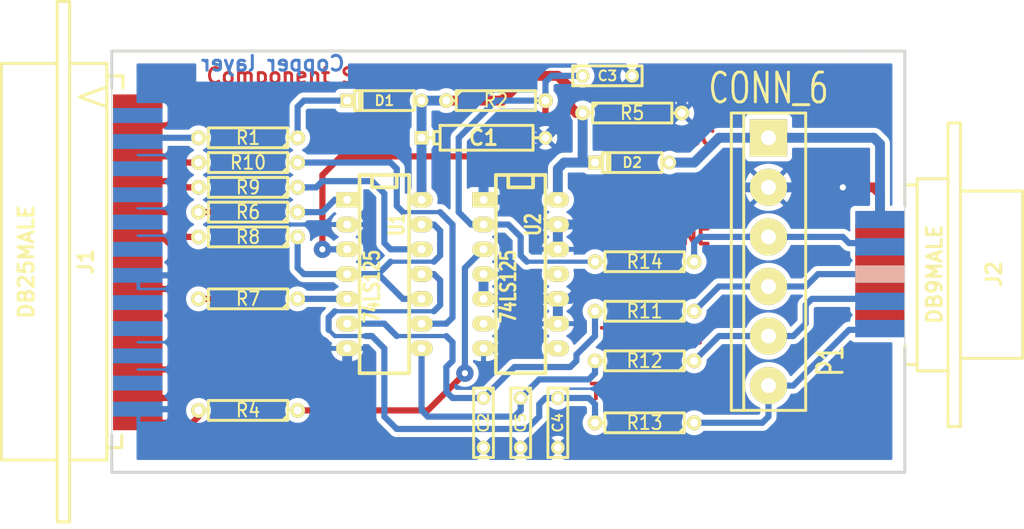
<source format=kicad_pcb>
(kicad_pcb (version 20221018) (generator pcbnew)
  (title_block (rev "1") (company "Kicad Demo"))
  (layers (0 "F.Cu" signal "Dessus") (31 "B.Cu" signal "Dessous") (34 "B.Paste" user) (35 "F.Paste" user) (36 "B.SilkS" user) (37 "F.SilkS" user) (38 "B.Mask" user) (39 "F.Mask" user) (44 "Edge.Cuts" user))
  (net 0 "")
  (net 1 "/CLK-D1")
  (net 2 "/CTRL-D3")
  (net 3 "/DONE-SELECT*")
  (net 4 "/PWR_3,3-5V")
  (net 5 "/TCK-CCLK")
  (net 6 "/TD0-DONE")
  (net 7 "/TD0-PROG-D4")
  (net 8 "/TDI-DIN")
  (net 9 "/TDI-DIN-D0")
  (net 10 "/TMS-PROG")
  (net 11 "/TMS-PROG-D2")
  (net 12 "/VCC_SENSE-ERROR*")
  (net 13 "GND")
  (net 14 "N-000008")
  (net 15 "N-000014")
  (net 16 "N-000015")
  (net 17 "N-000016")
  (net 18 "N-000030")
  (net 19 "N-000031")
  (net 20 "N-000032")
  (net 21 "N-000033")
  (net 22 "N-000034")
  (net 23 "N-000035")
  (net 24 "N-000036")
  (net 25 "N-000038")
  (net 26 "VCC")
  (footprint "R4" (layer "F.Cu") (at 157.48 105.41 180)
    (fp_text reference "R13" (at 0 0 180) (layer "F.SilkS") (effects (font (size 1.397 1.27) (thickness 0.2032))))
    (fp_text value "100" hide)
    (pad "1" thru_hole circle (at -5.08 0 180) (size 1.524 1.524) (drill 0.8128) (layers "*.Cu" "*.Mask" "F.SilkS") (net 10 "/TMS-PROG"))
    (pad "2" thru_hole circle (at 5.08 0 180) (size 1.524 1.524) (drill 0.8128) (layers "*.Cu" "*.Mask" "F.SilkS") (net 22 "N-000034"))
  )
  (footprint "R4" (layer "F.Cu") (at 142.24 72.39)
    (fp_text reference "R2" (at 0 0) (layer "F.SilkS") (effects (font (size 1.397 1.27) (thickness 0.2032))))
    (fp_text value "5,1K" hide)
    (pad "1" thru_hole circle (at -5.08 0) (size 1.524 1.524) (drill 0.8128) (layers "*.Cu" "*.Mask" "F.SilkS") (net 26 "VCC"))
    (pad "2" thru_hole circle (at 5.08 0) (size 1.524 1.524) (drill 0.8128) (layers "*.Cu" "*.Mask" "F.SilkS") (net 25 "N-000038"))
  )
  (footprint "bornier6" (layer "F.Cu") (at 170.18 88.9 -90)
    (fp_text reference "P1" (at 10.16 -6.35 270) (layer "F.SilkS") (effects (font (size 2.6162 1.59766) (thickness 0.3048))))
    (fp_text value "CONN_6" (at -17.78 0) (layer "F.SilkS") (effects (font (size 3.05054 2.0955) (thickness 0.3048))))
    (pad "1" thru_hole rect (at -12.7 0 270) (size 3.81 3.81) (drill 1.524) (layers "*.Cu" "*.Mask" "F.SilkS") (net 4 "/PWR_3,3-5V"))
    (pad "2" thru_hole circle (at -7.62 0 270) (size 3.81 3.81) (drill 1.524) (layers "*.Cu" "*.Mask" "F.SilkS") (net 13 "GND"))
    (pad "3" thru_hole circle (at -2.54 0 270) (size 3.81 3.81) (drill 1.524) (layers "*.Cu" "*.Mask" "F.SilkS") (net 6 "/TD0-DONE"))
    (pad "4" thru_hole circle (at 2.54 0 270) (size 3.81 3.81) (drill 1.524) (layers "*.Cu" "*.Mask" "F.SilkS") (net 8 "/TDI-DIN"))
    (pad "5" thru_hole circle (at 7.62 0 270) (size 3.81 3.81) (drill 1.524) (layers "*.Cu" "*.Mask" "F.SilkS") (net 5 "/TCK-CCLK"))
    (pad "6" thru_hole circle (at 12.7 0 270) (size 3.81 3.81) (drill 1.524) (layers "*.Cu" "*.Mask" "F.SilkS") (net 10 "/TMS-PROG"))
  )
  (footprint "DB25M_CI" (layer "F.Cu") (at 102.87 88.9 90)
    (fp_text reference "J1" (at 0 -2.667 270) (layer "F.SilkS") (effects (font (size 1.524 1.524) (thickness 0.3048))))
    (fp_text value "DB25MALE" (at 0 -8.763 270) (layer "F.SilkS") (effects (font (size 1.524 1.524) (thickness 0.3048))))
    (pad "1" connect rect (at 16.383 2.667 180) (size 5.08 1.524) (layers "F.Cu" "F.Mask"))
    (pad "2" connect rect (at 13.716 2.667 180) (size 5.08 1.524) (layers "F.Cu" "F.Mask") (net 9 "/TDI-DIN-D0"))
    (pad "3" connect rect (at 10.922 2.667 180) (size 5.08 1.524) (layers "F.Cu" "F.Mask") (net 1 "/CLK-D1"))
    (pad "4" connect rect (at 8.128 2.667 180) (size 5.08 1.524) (layers "F.Cu" "F.Mask") (net 11 "/TMS-PROG-D2"))
    (pad "5" connect rect (at 5.461 2.667 180) (size 5.08 1.524) (layers "F.Cu" "F.Mask") (net 2 "/CTRL-D3"))
    (pad "6" connect rect (at 2.667 2.667 180) (size 5.08 1.524) (layers "F.Cu" "F.Mask") (net 7 "/TD0-PROG-D4"))
    (pad "7" connect rect (at 0 2.667 180) (size 5.08 1.524) (layers "F.Cu" "F.Mask"))
    (pad "8" connect rect (at -2.794 2.667 180) (size 5.08 1.524) (layers "F.Cu" "F.Mask") (net 14 "N-000008"))
    (pad "9" connect rect (at -5.588 2.667 180) (size 5.08 1.524) (layers "F.Cu" "F.Mask"))
    (pad "10" connect rect (at -8.255 2.667 180) (size 5.08 1.524) (layers "F.Cu" "F.Mask"))
    (pad "11" connect rect (at -11.049 2.667 180) (size 5.08 1.524) (layers "F.Cu" "F.Mask") (net 14 "N-000008"))
    (pad "12" connect rect (at -13.716 2.667 180) (size 5.08 1.524) (layers "F.Cu" "F.Mask") (net 14 "N-000008"))
    (pad "13" connect rect (at -16.51 2.667 180) (size 5.08 1.524) (layers "F.Cu" "F.Mask") (net 3 "/DONE-SELECT*"))
    (pad "14" connect rect (at 14.986 2.667 180) (size 5.08 1.524) (layers "B.Cu" "B.Mask"))
    (pad "15" connect rect (at 12.319 2.667 180) (size 5.08 1.524) (layers "B.Cu" "B.Mask") (net 12 "/VCC_SENSE-ERROR*"))
    (pad "16" connect rect (at 9.525 2.667 180) (size 5.08 1.524) (layers "B.Cu" "B.Mask"))
    (pad "17" connect rect (at 6.858 2.667 180) (size 5.08 1.524) (layers "B.Cu" "B.Mask"))
    (pad "18" connect rect (at 4.064 2.667 180) (size 5.08 1.524) (layers "B.Cu" "B.Mask"))
    (pad "19" connect rect (at 1.27 2.667 180) (size 5.08 1.524) (layers "B.Cu" "B.Mask"))
    (pad "20" connect rect (at -1.397 2.667 180) (size 5.08 1.524) (layers "B.Cu" "B.Mask") (net 13 "GND"))
    (pad "21" connect rect (at -4.191 2.667 180) (size 5.08 1.524) (layers "B.Cu" "B.Mask"))
    (pad "22" connect rect (at -6.858 2.667 180) (size 5.08 1.524) (layers "B.Cu" "B.Mask"))
    (pad "23" connect rect (at -9.652 2.667 180) (size 5.08 1.524) (layers "B.Cu" "B.Mask"))
    (pad "24" connect rect (at -12.446 2.667 180) (size 5.08 1.524) (layers "B.Cu" "B.Mask"))
    (pad "25" connect rect (at -15.113 2.667 180) (size 5.08 1.524) (layers "B.Cu" "B.Mask") (net 13 "GND"))
  )
  (footprint "14DIP-ELL300" (layer "F.Cu") (at 144.78 90.17 -90)
    (fp_text reference "U2" (at -5.08 -1.27 270) (layer "F.SilkS") (effects (font (size 1.524 1.143) (thickness 0.28702))))
    (fp_text value "74LS125" (at 1.27 1.27 270) (layer "F.SilkS") (effects (font (size 1.524 1.143) (thickness 0.28702))))
    (pad "1" thru_hole rect (at -7.62 3.81 270) (size 1.5748 2.286) (drill 0.8128) (layers "*.Cu" "*.Mask" "F.SilkS") (net 13 "GND"))
    (pad "2" thru_hole oval (at -5.08 3.81 270) (size 1.5748 2.286) (drill 0.8128) (layers "*.Cu" "*.Mask" "F.SilkS") (net 25 "N-000038"))
    (pad "3" thru_hole oval (at -2.54 3.81 270) (size 1.5748 2.286) (drill 0.8128) (layers "*.Cu" "*.Mask" "F.SilkS") (net 16 "N-000015"))
    (pad "4" thru_hole oval (at 0 3.81 270) (size 1.5748 2.286) (drill 0.8128) (layers "*.Cu" "*.Mask" "F.SilkS") (net 13 "GND"))
    (pad "5" thru_hole oval (at 2.54 3.81 270) (size 1.5748 2.286) (drill 0.8128) (layers "*.Cu" "*.Mask" "F.SilkS") (net 13 "GND"))
    (pad "6" thru_hole oval (at 5.08 3.81 270) (size 1.5748 2.286) (drill 0.8128) (layers "*.Cu" "*.Mask" "F.SilkS"))
    (pad "7" thru_hole oval (at 7.62 3.81 270) (size 1.5748 2.286) (drill 0.8128) (layers "*.Cu" "*.Mask" "F.SilkS") (net 13 "GND"))
    (pad "8" thru_hole oval (at 7.62 -3.81 270) (size 1.5748 2.286) (drill 0.8128) (layers "*.Cu" "*.Mask" "F.SilkS"))
    (pad "9" thru_hole oval (at 5.08 -3.81 270) (size 1.5748 2.286) (drill 0.8128) (layers "*.Cu" "*.Mask" "F.SilkS") (net 13 "GND"))
    (pad "10" thru_hole oval (at 2.54 -3.81 270) (size 1.5748 2.286) (drill 0.8128) (layers "*.Cu" "*.Mask" "F.SilkS") (net 13 "GND"))
    (pad "11" thru_hole oval (at 0 -3.81 270) (size 1.5748 2.286) (drill 0.8128) (layers "*.Cu" "*.Mask" "F.SilkS"))
    (pad "12" thru_hole oval (at -2.54 -3.81 270) (size 1.5748 2.286) (drill 0.8128) (layers "*.Cu" "*.Mask" "F.SilkS") (net 13 "GND"))
    (pad "13" thru_hole oval (at -5.08 -3.81 270) (size 1.5748 2.286) (drill 0.8128) (layers "*.Cu" "*.Mask" "F.SilkS") (net 13 "GND"))
    (pad "14" thru_hole oval (at -7.62 -3.81 270) (size 1.5748 2.286) (drill 0.8128) (layers "*.Cu" "*.Mask" "F.SilkS") (net 26 "VCC"))
  )
  (footprint "CP5" (layer "F.Cu") (at 140.97 76.2)
    (fp_text reference "C1" (at 0 0) (layer "F.SilkS") (effects (font (size 1.524 1.524) (thickness 0.3048))))
    (fp_text value "1uF" hide)
    (pad "1" thru_hole rect (at -6.35 0) (size 1.397 1.397) (drill 0.8128) (layers "*.Cu" "*.Mask" "F.SilkS") (net 26 "VCC"))
    (pad "2" thru_hole circle (at 6.35 0) (size 1.397 1.397) (drill 0.8128) (layers "*.Cu" "*.Mask" "F.SilkS") (net 13 "GND"))
  )
  (footprint "R4" (layer "F.Cu") (at 116.84 78.74 180)
    (fp_text reference "R10" (at 0 0 180) (layer "F.SilkS") (effects (font (size 1.397 1.27) (thickness 0.2032))))
    (fp_text value "100" hide)
    (pad "1" thru_hole circle (at -5.08 0 180) (size 1.524 1.524) (drill 0.8128) (layers "*.Cu" "*.Mask" "F.SilkS") (net 18 "N-000030"))
    (pad "2" thru_hole circle (at 5.08 0 180) (size 1.524 1.524) (drill 0.8128) (layers "*.Cu" "*.Mask" "F.SilkS") (net 1 "/CLK-D1"))
  )
  (footprint "DB9M_CI_INVERT" (layer "F.Cu") (at 184.15 90.17 -90)
    (fp_text reference "J2" (at 0 -9.144 270) (layer "F.SilkS") (effects (font (size 1.524 1.524) (thickness 0.3048))))
    (fp_text value "DB9MALE" (at 0 -3.048 270) (layer "F.SilkS") (effects (font (size 1.524 1.524) (thickness 0.3048))))
    (pad "1" connect rect (at -5.588 2.54 270) (size 1.778 5.08) (layers "B.Cu" "F.Mask") (net 4 "/PWR_3,3-5V"))
    (pad "2" connect rect (at -2.794 2.54 270) (size 1.778 5.08) (layers "B.Cu" "B.Mask") (net 6 "/TD0-DONE"))
    (pad "3" connect rect (at 0 2.54 270) (size 1.778 5.08) (layers "B.Cu" "B.SilkS") (net 8 "/TDI-DIN"))
    (pad "4" connect rect (at 2.794 2.54 270) (size 1.778 5.08) (layers "B.Cu" "B.Mask") (net 5 "/TCK-CCLK"))
    (pad "5" connect rect (at 5.588 2.54 270) (size 1.778 5.08) (layers "B.Cu" "B.Mask") (net 10 "/TMS-PROG"))
    (pad "6" connect rect (at -4.191 2.54 270) (size 1.778 5.08) (layers "F.Cu" "F.Mask") (net 13 "GND"))
    (pad "7" connect rect (at -1.397 2.54 270) (size 1.778 5.08) (layers "F.Cu" "F.Mask") (net 13 "GND"))
    (pad "8" connect rect (at 1.397 2.54 270) (size 1.778 5.08) (layers "F.Cu" "F.Mask") (net 13 "GND"))
    (pad "9" connect rect (at 4.191 2.54 270) (size 1.778 5.08) (layers "F.Cu" "F.Mask") (net 13 "GND"))
  )
  (footprint "C2" (layer "F.Cu") (at 144.78 105.41 -90)
    (fp_text reference "C5" (at 0 0 270) (layer "F.SilkS") (effects (font (size 1.016 1.016) (thickness 0.2032))))
    (fp_text value "100pF" hide)
    (pad "1" thru_hole circle (at -2.54 0 270) (size 1.397 1.397) (drill 0.8128) (layers "*.Cu" "*.Mask" "F.SilkS") (net 24 "N-000036"))
    (pad "2" thru_hole circle (at 2.54 0 270) (size 1.397 1.397) (drill 0.8128) (layers "*.Cu" "*.Mask" "F.SilkS") (net 13 "GND"))
  )
  (footprint "R4" (layer "F.Cu") (at 116.84 92.71 180)
    (fp_text reference "R7" (at 0 0 180) (layer "F.SilkS") (effects (font (size 1.397 1.27) (thickness 0.2032))))
    (fp_text value "100" hide)
    (pad "1" thru_hole circle (at -5.08 0 180) (size 1.524 1.524) (drill 0.8128) (layers "*.Cu" "*.Mask" "F.SilkS") (net 17 "N-000016"))
    (pad "2" thru_hole circle (at 5.08 0 180) (size 1.524 1.524) (drill 0.8128) (layers "*.Cu" "*.Mask" "F.SilkS") (net 9 "/TDI-DIN-D0"))
  )
  (footprint "14DIP-ELL300" (layer "F.Cu") (at 130.81 90.17 -90)
    (fp_text reference "U1" (at -5.08 -1.27 270) (layer "F.SilkS") (effects (font (size 1.524 1.143) (thickness 0.28702))))
    (fp_text value "74LS125" (at 1.27 1.27 270) (layer "F.SilkS") (effects (font (size 1.524 1.143) (thickness 0.28702))))
    (pad "1" thru_hole rect (at -7.62 3.81 270) (size 1.5748 2.286) (drill 0.8128) (layers "*.Cu" "*.Mask" "F.SilkS") (net 19 "N-000031"))
    (pad "2" thru_hole oval (at -5.08 3.81 270) (size 1.5748 2.286) (drill 0.8128) (layers "*.Cu" "*.Mask" "F.SilkS") (net 13 "GND"))
    (pad "3" thru_hole oval (at -2.54 3.81 270) (size 1.5748 2.286) (drill 0.8128) (layers "*.Cu" "*.Mask" "F.SilkS") (net 25 "N-000038"))
    (pad "4" thru_hole oval (at 0 3.81 270) (size 1.5748 2.286) (drill 0.8128) (layers "*.Cu" "*.Mask" "F.SilkS") (net 21 "N-000033"))
    (pad "5" thru_hole oval (at 2.54 3.81 270) (size 1.5748 2.286) (drill 0.8128) (layers "*.Cu" "*.Mask" "F.SilkS") (net 17 "N-000016"))
    (pad "6" thru_hole oval (at 5.08 3.81 270) (size 1.5748 2.286) (drill 0.8128) (layers "*.Cu" "*.Mask" "F.SilkS") (net 23 "N-000035"))
    (pad "7" thru_hole oval (at 7.62 3.81 270) (size 1.5748 2.286) (drill 0.8128) (layers "*.Cu" "*.Mask" "F.SilkS") (net 13 "GND"))
    (pad "8" thru_hole oval (at 7.62 -3.81 270) (size 1.5748 2.286) (drill 0.8128) (layers "*.Cu" "*.Mask" "F.SilkS") (net 24 "N-000036"))
    (pad "9" thru_hole oval (at 5.08 -3.81 270) (size 1.5748 2.286) (drill 0.8128) (layers "*.Cu" "*.Mask" "F.SilkS") (net 18 "N-000030"))
    (pad "10" thru_hole oval (at 2.54 -3.81 270) (size 1.5748 2.286) (drill 0.8128) (layers "*.Cu" "*.Mask" "F.SilkS") (net 21 "N-000033"))
    (pad "11" thru_hole oval (at 0 -3.81 270) (size 1.5748 2.286) (drill 0.8128) (layers "*.Cu" "*.Mask" "F.SilkS") (net 22 "N-000034"))
    (pad "12" thru_hole oval (at -2.54 -3.81 270) (size 1.5748 2.286) (drill 0.8128) (layers "*.Cu" "*.Mask" "F.SilkS") (net 20 "N-000032"))
    (pad "13" thru_hole oval (at -5.08 -3.81 270) (size 1.5748 2.286) (drill 0.8128) (layers "*.Cu" "*.Mask" "F.SilkS") (net 21 "N-000033"))
    (pad "14" thru_hole oval (at -7.62 -3.81 270) (size 1.5748 2.286) (drill 0.8128) (layers "*.Cu" "*.Mask" "F.SilkS") (net 26 "VCC"))
  )
  (footprint "R4" (layer "F.Cu") (at 116.84 83.82 180)
    (fp_text reference "R6" (at 0 0 180) (layer "F.SilkS") (effects (font (size 1.397 1.27) (thickness 0.2032))))
    (fp_text value "100" hide)
    (pad "1" thru_hole circle (at -5.08 0 180) (size 1.524 1.524) (drill 0.8128) (layers "*.Cu" "*.Mask" "F.SilkS") (net 19 "N-000031"))
    (pad "2" thru_hole circle (at 5.08 0 180) (size 1.524 1.524) (drill 0.8128) (layers "*.Cu" "*.Mask" "F.SilkS") (net 7 "/TD0-PROG-D4"))
  )
  (footprint "R4" (layer "F.Cu") (at 157.48 99.06 180)
    (fp_text reference "R12" (at 0 0 180) (layer "F.SilkS") (effects (font (size 1.397 1.27) (thickness 0.2032))))
    (fp_text value "100" hide)
    (pad "1" thru_hole circle (at -5.08 0 180) (size 1.524 1.524) (drill 0.8128) (layers "*.Cu" "*.Mask" "F.SilkS") (net 5 "/TCK-CCLK"))
    (pad "2" thru_hole circle (at 5.08 0 180) (size 1.524 1.524) (drill 0.8128) (layers "*.Cu" "*.Mask" "F.SilkS") (net 24 "N-000036"))
  )
  (footprint "R4" (layer "F.Cu") (at 116.84 104.14 180)
    (fp_text reference "R4" (at 0 0 180) (layer "F.SilkS") (effects (font (size 1.397 1.27) (thickness 0.2032))))
    (fp_text value "47" hide)
    (pad "1" thru_hole circle (at -5.08 0 180) (size 1.524 1.524) (drill 0.8128) (layers "*.Cu" "*.Mask" "F.SilkS") (net 16 "N-000015"))
    (pad "2" thru_hole circle (at 5.08 0 180) (size 1.524 1.524) (drill 0.8128) (layers "*.Cu" "*.Mask" "F.SilkS") (net 3 "/DONE-SELECT*"))
  )
  (footprint "D3" (layer "F.Cu") (at 130.81 72.39 180)
    (fp_text reference "D1" (at 0 0 180) (layer "F.SilkS") (effects (font (size 1.016 1.016) (thickness 0.2032))))
    (fp_text value "BAT46" hide)
    (pad "1" thru_hole circle (at -3.81 0 180) (size 1.397 1.397) (drill 0.8128) (layers "*.Cu" "*.Mask" "F.SilkS") (net 26 "VCC"))
    (pad "2" thru_hole rect (at 3.81 0 180) (size 1.397 1.397) (drill 0.8128) (layers "*.Cu" "*.Mask" "F.SilkS") (net 15 "N-000014"))
  )
  (footprint "R4" (layer "F.Cu") (at 116.84 76.2 180)
    (fp_text reference "R1" (at 0 0 180) (layer "F.SilkS") (effects (font (size 1.397 1.27) (thickness 0.2032))))
    (fp_text value "100" hide)
    (pad "1" thru_hole circle (at -5.08 0 180) (size 1.524 1.524) (drill 0.8128) (layers "*.Cu" "*.Mask" "F.SilkS") (net 15 "N-000014"))
    (pad "2" thru_hole circle (at 5.08 0 180) (size 1.524 1.524) (drill 0.8128) (layers "*.Cu" "*.Mask" "F.SilkS") (net 12 "/VCC_SENSE-ERROR*"))
  )
  (footprint "R4" (layer "F.Cu") (at 116.84 81.28 180)
    (fp_text reference "R9" (at 0 0 180) (layer "F.SilkS") (effects (font (size 1.397 1.27) (thickness 0.2032))))
    (fp_text value "100" hide)
    (pad "1" thru_hole circle (at -5.08 0 180) (size 1.524 1.524) (drill 0.8128) (layers "*.Cu" "*.Mask" "F.SilkS") (net 20 "N-000032"))
    (pad "2" thru_hole circle (at 5.08 0 180) (size 1.524 1.524) (drill 0.8128) (layers "*.Cu" "*.Mask" "F.SilkS") (net 11 "/TMS-PROG-D2"))
  )
  (footprint "C2" (layer "F.Cu") (at 140.97 105.41 -90)
    (fp_text reference "C2" (at 0 0 270) (layer "F.SilkS") (effects (font (size 1.016 1.016) (thickness 0.2032))))
    (fp_text value "100pF" hide)
    (pad "1" thru_hole circle (at -2.54 0 270) (size 1.397 1.397) (drill 0.8128) (layers "*.Cu" "*.Mask" "F.SilkS") (net 23 "N-000035"))
    (pad "2" thru_hole circle (at 2.54 0 270) (size 1.397 1.397) (drill 0.8128) (layers "*.Cu" "*.Mask" "F.SilkS") (net 13 "GND"))
  )
  (footprint "C2" (layer "F.Cu") (at 148.59 105.41 -90)
    (fp_text reference "C4" (at 0 0 270) (layer "F.SilkS") (effects (font (size 1.016 1.016) (thickness 0.2032))))
    (fp_text value "100pF" hide)
    (pad "1" thru_hole circle (at -2.54 0 270) (size 1.397 1.397) (drill 0.8128) (layers "*.Cu" "*.Mask" "F.SilkS") (net 22 "N-000034"))
    (pad "2" thru_hole circle (at 2.54 0 270) (size 1.397 1.397) (drill 0.8128) (layers "*.Cu" "*.Mask" "F.SilkS") (net 13 "GND"))
  )
  (footprint "C2" (layer "F.Cu") (at 153.67 69.85)
    (fp_text reference "C3" (at 0 0) (layer "F.SilkS") (effects (font (size 1.016 1.016) (thickness 0.2032))))
    (fp_text value "100pF" hide)
    (pad "1" thru_hole circle (at -2.54 0) (size 1.397 1.397) (drill 0.8128) (layers "*.Cu" "*.Mask" "F.SilkS") (net 25 "N-000038"))
    (pad "2" thru_hole circle (at 2.54 0) (size 1.397 1.397) (drill 0.8128) (layers "*.Cu" "*.Mask" "F.SilkS") (net 13 "GND"))
  )
  (footprint "D3" (layer "F.Cu") (at 156.21 78.74 180)
    (fp_text reference "D2" (at 0 0 180) (layer "F.SilkS") (effects (font (size 1.016 1.016) (thickness 0.2032))))
    (fp_text value "BAT46" hide)
    (pad "1" thru_hole circle (at -3.81 0 180) (size 1.397 1.397) (drill 0.8128) (layers "*.Cu" "*.Mask" "F.SilkS") (net 4 "/PWR_3,3-5V"))
    (pad "2" thru_hole rect (at 3.81 0 180) (size 1.397 1.397) (drill 0.8128) (layers "*.Cu" "*.Mask" "F.SilkS") (net 26 "VCC"))
  )
  (footprint "R4" (layer "F.Cu") (at 157.48 93.98 180)
    (fp_text reference "R11" (at 0 0 180) (layer "F.SilkS") (effects (font (size 1.397 1.27) (thickness 0.2032))))
    (fp_text value "100" hide)
    (pad "1" thru_hole circle (at -5.08 0 180) (size 1.524 1.524) (drill 0.8128) (layers "*.Cu" "*.Mask" "F.SilkS") (net 8 "/TDI-DIN"))
    (pad "2" thru_hole circle (at 5.08 0 180) (size 1.524 1.524) (drill 0.8128) (layers "*.Cu" "*.Mask" "F.SilkS") (net 23 "N-000035"))
  )
  (footprint "R4" (layer "F.Cu") (at 157.48 88.9 180)
    (fp_text reference "R14" (at 0 0 180) (layer "F.SilkS") (effects (font (size 1.397 1.27) (thickness 0.2032))))
    (fp_text value "100" hide)
    (pad "1" thru_hole circle (at -5.08 0 180) (size 1.524 1.524) (drill 0.8128) (layers "*.Cu" "*.Mask" "F.SilkS") (net 6 "/TD0-DONE"))
    (pad "2" thru_hole circle (at 5.08 0 180) (size 1.524 1.524) (drill 0.8128) (layers "*.Cu" "*.Mask" "F.SilkS") (net 25 "N-000038"))
  )
  (footprint "R4" (layer "F.Cu") (at 156.21 73.66)
    (fp_text reference "R5" (at 0 0) (layer "F.SilkS") (effects (font (size 1.397 1.27) (thickness 0.2032))))
    (fp_text value "1K" hide)
    (pad "1" thru_hole circle (at -5.08 0) (size 1.524 1.524) (drill 0.8128) (layers "*.Cu" "*.Mask" "F.SilkS") (net 26 "VCC"))
    (pad "2" thru_hole circle (at 5.08 0) (size 1.524 1.524) (drill 0.8128) (layers "*.Cu" "*.Mask" "F.SilkS") (net 13 "GND"))
  )
  (footprint "R4" (layer "F.Cu") (at 116.84 86.36 180)
    (fp_text reference "R8" (at 0 0 180) (layer "F.SilkS") (effects (font (size 1.397 1.27) (thickness 0.2032))))
    (fp_text value "100" hide)
    (pad "1" thru_hole circle (at -5.08 0 180) (size 1.524 1.524) (drill 0.8128) (layers "*.Cu" "*.Mask" "F.SilkS") (net 21 "N-000033"))
    (pad "2" thru_hole circle (at 5.08 0 180) (size 1.524 1.524) (drill 0.8128) (layers "*.Cu" "*.Mask" "F.SilkS") (net 2 "/CTRL-D3"))
  )
  (gr_line (start 184.15 97.79) (end 184.15 110.49) (stroke (width 0.3048)) (layer "Edge.Cuts"))
  (gr_line (start 184.15 110.49) (end 179.07 110.49) (stroke (width 0.3048)) (layer "Edge.Cuts"))
  (gr_line (start 179.07 110.49) (end 102.87 110.49) (stroke (width 0.3048)) (layer "Edge.Cuts"))
  (gr_line (start 102.87 71.12) (end 102.87 67.31) (stroke (width 0.3048)) (layer "Edge.Cuts"))
  (gr_line (start 184.15 67.31) (end 184.15 83.185) (stroke (width 0.3048)) (layer "Edge.Cuts"))
  (gr_line (start 184.15 83.185) (end 184.15 97.79) (stroke (width 0.1)) (layer "Edge.Cuts"))
  (gr_line (start 102.87 110.49) (end 102.87 106.68) (stroke (width 0.3048)) (layer "Edge.Cuts"))
  (gr_line (start 102.87 71.12) (end 102.87 106.68) (stroke (width 0.1)) (layer "Edge.Cuts"))
  (gr_line (start 179.07 67.31) (end 184.15 67.31) (stroke (width 0.3048)) (layer "Edge.Cuts"))
  (gr_line (start 102.87 67.31) (end 179.07 67.31) (stroke (width 0.3048)) (layer "Edge.Cuts"))
  (gr_text "TCK-CCL" (at 158.115 96.52) (layer "F.Cu") (effects (font (size 1.524 1.524) (thickness 0.381))))
  (gr_text "TMS-PROG" (at 158.115 102.235) (layer "F.Cu") (effects (font (size 1.524 1.524) (thickness 0.381))))
  (gr_text "GND" (at 162.56 81.28) (layer "F.Cu") (effects (font (size 1.524 1.524) (thickness 0.381))))
  (gr_text "Component Side" (at 121.92 69.85) (layer "F.Cu") (effects (font (size 1.524 1.524) (thickness 0.3048))))
  (gr_text "VCC" (at 162.56 76.2) (layer "F.Cu") (effects (font (size 1.524 1.524) (thickness 0.381))))
  (gr_text "TDI-TIN" (at 158.115 91.44) (layer "F.Cu") (effects (font (size 1.524 1.524) (thickness 0.381))))
  (gr_text "TDO-DONE" (at 158.115 86.36) (layer "F.Cu") (effects (font (size 1.524 1.524) (thickness 0.381))))
  (gr_text "Copper layer" (at 119.38 68.58) (layer "B.Cu") (effects (font (size 1.524 1.524) (thickness 0.3048)) (justify mirror)))
  (segment (start 106.045 78.105) (end 105.537 77.978) (width 0.635) (layer "F.Cu") (net 1))
  (segment (start 111.76 78.74) (end 110.49 78.74) (width 0.635) (layer "F.Cu") (net 1))
  (segment (start 109.855 78.105) (end 106.045 78.105) (width 0.635) (layer "F.Cu") (net 1))
  (segment (start 110.49 78.74) (end 109.855 78.105) (width 0.635) (layer "F.Cu") (net 1))
  (segment (start 109.855 84.455) (end 109.22 83.82) (width 0.635) (layer "F.Cu") (net 2))
  (segment (start 105.41 83.82) (end 105.537 83.439) (width 0.635) (layer "F.Cu") (net 2))
  (segment (start 109.22 83.82) (end 105.41 83.82) (width 0.635) (layer "F.Cu") (net 2))
  (segment (start 109.855 85.725) (end 109.855 84.455) (width 0.635) (layer "F.Cu") (net 2))
  (segment (start 111.76 86.36) (end 110.49 86.36) (width 0.635) (layer "F.Cu") (net 2))
  (segment (start 110.49 86.36) (end 109.855 85.725) (width 0.635) (layer "F.Cu") (net 2))
  (segment (start 111.76 104.14) (end 111.76 104.775) (width 0.635) (layer "F.Cu") (net 3))
  (segment (start 111.76 104.775) (end 111.125 105.41) (width 0.635) (layer "F.Cu") (net 3))
  (segment (start 111.125 105.41) (end 105.537 105.41) (width 0.635) (layer "F.Cu") (net 3))
  (segment (start 170.18 76.2) (end 180.975 76.2) (width 1.016) (layer "B.Cu") (net 4))
  (segment (start 181.61 76.835) (end 181.61 84.582) (width 1.016) (layer "B.Cu") (net 4))
  (segment (start 160.02 78.74) (end 162.56 78.74) (width 1.016) (layer "B.Cu") (net 4))
  (segment (start 162.56 78.74) (end 165.1 76.2) (width 1.016) (layer "B.Cu") (net 4))
  (segment (start 165.1 76.2) (end 170.18 76.2) (width 1.016) (layer "B.Cu") (net 4))
  (segment (start 181.61 76.835) (end 180.975 76.2) (width 1.016) (layer "B.Cu") (net 4))
  (segment (start 181.61 92.71) (end 181.61 92.964) (width 0.635) (layer "B.Cu") (net 5))
  (segment (start 165.1 96.52) (end 170.18 96.52) (width 0.635) (layer "B.Cu") (net 5))
  (segment (start 173.99 93.345) (end 174.625 92.71) (width 0.635) (layer "B.Cu") (net 5))
  (segment (start 173.99 95.25) (end 173.99 93.345) (width 0.635) (layer "B.Cu") (net 5))
  (segment (start 172.72 96.52) (end 173.99 95.25) (width 0.635) (layer "B.Cu") (net 5))
  (segment (start 170.18 96.52) (end 172.72 96.52) (width 0.635) (layer "B.Cu") (net 5))
  (segment (start 162.56 99.06) (end 165.1 96.52) (width 0.635) (layer "B.Cu") (net 5))
  (segment (start 174.625 92.71) (end 181.61 92.71) (width 0.635) (layer "B.Cu") (net 5))
  (segment (start 163.195 86.36) (end 170.18 86.36) (width 0.635) (layer "B.Cu") (net 6))
  (segment (start 162.56 86.995) (end 163.195 86.36) (width 0.635) (layer "B.Cu") (net 6))
  (segment (start 180.975 86.995) (end 181.61 87.376) (width 0.635) (layer "B.Cu") (net 6))
  (segment (start 177.8 86.36) (end 178.435 86.995) (width 0.635) (layer "B.Cu") (net 6))
  (segment (start 162.56 88.9) (end 162.56 86.995) (width 0.635) (layer "B.Cu") (net 6))
  (segment (start 170.18 86.36) (end 177.8 86.36) (width 0.635) (layer "B.Cu") (net 6))
  (segment (start 178.435 86.995) (end 180.975 86.995) (width 0.635) (layer "B.Cu") (net 6))
  (segment (start 105.537 86.233) (end 107.95 86.233) (width 0.635) (layer "F.Cu") (net 7))
  (segment (start 113.665 88.265) (end 114.3 87.63) (width 0.635) (layer "F.Cu") (net 7))
  (segment (start 114.3 87.63) (end 114.3 84.455) (width 0.635) (layer "F.Cu") (net 7))
  (segment (start 113.665 83.82) (end 111.76 83.82) (width 0.635) (layer "F.Cu") (net 7))
  (segment (start 109.982 88.265) (end 113.665 88.265) (width 0.635) (layer "F.Cu") (net 7))
  (segment (start 107.95 86.233) (end 109.982 88.265) (width 0.635) (layer "F.Cu") (net 7))
  (segment (start 114.3 84.455) (end 113.665 83.82) (width 0.635) (layer "F.Cu") (net 7))
  (segment (start 162.56 93.98) (end 165.1 91.44) (width 0.635) (layer "B.Cu") (net 8))
  (segment (start 173.99 91.44) (end 175.26 90.17) (width 0.635) (layer "B.Cu") (net 8))
  (segment (start 175.26 90.17) (end 181.61 90.17) (width 0.635) (layer "B.Cu") (net 8))
  (segment (start 165.1 91.44) (end 170.18 91.44) (width 0.635) (layer "B.Cu") (net 8))
  (segment (start 170.18 91.44) (end 173.99 91.44) (width 0.635) (layer "B.Cu") (net 8))
  (segment (start 106.045 74.93) (end 106.045 75.565) (width 0.635) (layer "F.Cu") (net 9))
  (segment (start 108.585 74.93) (end 106.045 74.93) (width 0.635) (layer "F.Cu") (net 9))
  (segment (start 111.76 92.71) (end 114.935 92.71) (width 0.635) (layer "F.Cu") (net 9))
  (segment (start 114.935 92.71) (end 116.205 91.44) (width 0.635) (layer "F.Cu") (net 9))
  (segment (start 116.205 91.44) (end 116.205 74.93) (width 0.635) (layer "F.Cu") (net 9))
  (segment (start 109.22 74.295) (end 108.585 74.93) (width 0.635) (layer "F.Cu") (net 9))
  (segment (start 106.045 75.565) (end 105.537 75.184) (width 0.635) (layer "F.Cu") (net 9))
  (segment (start 116.205 74.93) (end 115.57 74.295) (width 0.635) (layer "F.Cu") (net 9))
  (segment (start 115.57 74.295) (end 109.22 74.295) (width 0.635) (layer "F.Cu") (net 9))
  (segment (start 170.18 104.775) (end 170.18 101.6) (width 0.635) (layer "B.Cu") (net 10))
  (segment (start 178.435 95.885) (end 181.61 95.885) (width 0.635) (layer "B.Cu") (net 10))
  (segment (start 169.545 105.41) (end 170.18 104.775) (width 0.635) (layer "B.Cu") (net 10))
  (segment (start 170.18 101.6) (end 172.72 101.6) (width 0.635) (layer "B.Cu") (net 10))
  (segment (start 172.72 101.6) (end 178.435 95.885) (width 0.635) (layer "B.Cu") (net 10))
  (segment (start 162.56 105.41) (end 169.545 105.41) (width 0.635) (layer "B.Cu") (net 10))
  (segment (start 181.61 95.885) (end 181.61 95.758) (width 0.635) (layer "B.Cu") (net 10))
  (segment (start 109.855 80.645) (end 106.045 80.645) (width 0.635) (layer "F.Cu") (net 11))
  (segment (start 111.76 81.28) (end 110.49 81.28) (width 0.635) (layer "F.Cu") (net 11))
  (segment (start 106.045 80.645) (end 105.537 80.772) (width 0.635) (layer "F.Cu") (net 11))
  (segment (start 110.49 81.28) (end 109.855 80.645) (width 0.635) (layer "F.Cu") (net 11))
  (segment (start 111.76 76.2) (end 106.045 76.2) (width 0.635) (layer "B.Cu") (net 12))
  (segment (start 106.045 76.2) (end 105.537 76.581) (width 0.635) (layer "B.Cu") (net 12))
  (segment (start 180.975 81.28) (end 181.61 81.915) (width 1.016) (layer "F.Cu") (net 13))
  (segment (start 181.61 85.979) (end 181.61 81.915) (width 1.016) (layer "F.Cu") (net 13))
  (segment (start 181.61 94.361) (end 181.61 91.567) (width 1.016) (layer "F.Cu") (net 13))
  (segment (start 181.61 91.567) (end 181.61 88.773) (width 1.016) (layer "F.Cu") (net 13))
  (segment (start 177.8 81.28) (end 180.975 81.28) (width 1.016) (layer "F.Cu") (net 13))
  (segment (start 181.61 88.773) (end 181.61 85.979) (width 1.016) (layer "F.Cu") (net 13))
  (via (at 177.8 81.28) (size 1.778) (drill 0.635) (layers "F.Cu" "B.Cu") (net 13))
  (segment (start 105.537 104.013) (end 109.22 104.013) (width 0.635) (layer "B.Cu") (net 13))
  (segment (start 140.97 92.71) (end 140.97 90.17) (width 1.016) (layer "B.Cu") (net 13))
  (segment (start 141.605 76.2) (end 147.32 76.2) (width 1.016) (layer "B.Cu") (net 13))
  (segment (start 154.305 85.09) (end 154.94 85.725) (width 1.016) (layer "B.Cu") (net 13))
  (segment (start 144.78 92.71) (end 148.59 92.71) (width 1.016) (layer "B.Cu") (net 13))
  (segment (start 140.97 97.79) (end 144.145 97.79) (width 1.016) (layer "B.Cu") (net 13))
  (segment (start 157.48 74.295) (end 158.115 73.66) (width 1.016) (layer "B.Cu") (net 13))
  (segment (start 105.537 90.297) (end 109.855 90.297) (width 0.635) (layer "B.Cu") (net 13))
  (segment (start 116.205 90.17) (end 109.855 90.17) (width 1.016) (layer "B.Cu") (net 13))
  (segment (start 148.59 87.63) (end 148.59 85.09) (width 1.016) (layer "B.Cu") (net 13))
  (segment (start 143.51 82.55) (end 140.97 82.55) (width 1.016) (layer "B.Cu") (net 13))
  (segment (start 154.94 85.725) (end 154.94 91.44) (width 1.016) (layer "B.Cu") (net 13))
  (segment (start 117.475 85.09) (end 116.84 85.725) (width 1.016) (layer "B.Cu") (net 13))
  (segment (start 144.78 107.95) (end 148.59 107.95) (width 1.016) (layer "B.Cu") (net 13))
  (segment (start 148.59 85.09) (end 146.05 85.09) (width 1.016) (layer "B.Cu") (net 13))
  (segment (start 156.21 71.12) (end 156.21 69.85) (width 1.016) (layer "B.Cu") (net 13))
  (segment (start 148.59 95.25) (end 148.59 92.71) (width 1.016) (layer "B.Cu") (net 13))
  (segment (start 109.22 104.14) (end 109.22 107.315) (width 1.016) (layer "B.Cu") (net 13))
  (segment (start 149.225 72.39) (end 149.86 71.755) (width 1.016) (layer "B.Cu") (net 13))
  (segment (start 144.145 97.79) (end 144.78 97.155) (width 1.016) (layer "B.Cu") (net 13))
  (segment (start 116.84 89.535) (end 116.205 90.17) (width 1.016) (layer "B.Cu") (net 13))
  (segment (start 156.21 69.85) (end 160.655 69.85) (width 1.016) (layer "B.Cu") (net 13))
  (segment (start 140.97 92.71) (end 144.78 92.71) (width 1.016) (layer "B.Cu") (net 13))
  (segment (start 170.18 81.28) (end 158.115 81.28) (width 1.016) (layer "B.Cu") (net 13))
  (segment (start 170.18 81.28) (end 177.8 81.28) (width 1.016) (layer "B.Cu") (net 13))
  (segment (start 161.29 70.485) (end 161.29 73.66) (width 1.016) (layer "B.Cu") (net 13))
  (segment (start 154.94 91.44) (end 154.305 92.075) (width 1.016) (layer "B.Cu") (net 13))
  (segment (start 140.97 107.95) (end 144.78 107.95) (width 1.016) (layer "B.Cu") (net 13))
  (segment (start 158.115 73.66) (end 161.29 73.66) (width 1.016) (layer "B.Cu") (net 13))
  (segment (start 155.575 71.755) (end 156.21 71.12) (width 1.016) (layer "B.Cu") (net 13))
  (segment (start 140.97 82.55) (end 140.97 76.835) (width 1.016) (layer "B.Cu") (net 13))
  (segment (start 148.59 107.95) (end 156.845 107.95) (width 1.016) (layer "B.Cu") (net 13))
  (segment (start 109.22 104.013) (end 109.22 104.14) (width 0.635) (layer "B.Cu") (net 13))
  (segment (start 127 107.95) (end 140.97 107.95) (width 1.016) (layer "B.Cu") (net 13))
  (segment (start 158.115 81.28) (end 157.48 80.645) (width 1.016) (layer "B.Cu") (net 13))
  (segment (start 109.22 90.805) (end 109.22 104.14) (width 1.016) (layer "B.Cu") (net 13))
  (segment (start 157.48 107.315) (end 157.48 80.645) (width 1.016) (layer "B.Cu") (net 13))
  (segment (start 147.32 76.2) (end 149.225 74.295) (width 1.016) (layer "B.Cu") (net 13))
  (segment (start 127 85.09) (end 117.475 85.09) (width 0.4318) (layer "B.Cu") (net 13))
  (segment (start 127 97.79) (end 127 107.95) (width 1.016) (layer "B.Cu") (net 13))
  (segment (start 109.855 90.297) (end 109.855 90.17) (width 0.635) (layer "B.Cu") (net 13))
  (segment (start 109.855 90.17) (end 109.22 90.805) (width 1.016) (layer "B.Cu") (net 13))
  (segment (start 140.97 76.835) (end 141.605 76.2) (width 1.016) (layer "B.Cu") (net 13))
  (segment (start 146.05 85.09) (end 143.51 82.55) (width 1.016) (layer "B.Cu") (net 13))
  (segment (start 109.855 107.95) (end 127 107.95) (width 1.016) (layer "B.Cu") (net 13))
  (segment (start 144.78 97.155) (end 144.78 92.71) (width 1.016) (layer "B.Cu") (net 13))
  (segment (start 149.86 92.71) (end 148.59 92.71) (width 1.016) (layer "B.Cu") (net 13))
  (segment (start 109.22 107.315) (end 109.855 107.95) (width 1.016) (layer "B.Cu") (net 13))
  (segment (start 148.59 85.09) (end 154.305 85.09) (width 1.016) (layer "B.Cu") (net 13))
  (segment (start 156.845 107.95) (end 157.48 107.315) (width 1.016) (layer "B.Cu") (net 13))
  (segment (start 149.86 71.755) (end 155.575 71.755) (width 1.016) (layer "B.Cu") (net 13))
  (segment (start 157.48 80.645) (end 157.48 74.295) (width 1.016) (layer "B.Cu") (net 13))
  (segment (start 150.495 92.075) (end 149.86 92.71) (width 1.016) (layer "B.Cu") (net 13))
  (segment (start 154.305 92.075) (end 150.495 92.075) (width 1.016) (layer "B.Cu") (net 13))
  (segment (start 160.655 69.85) (end 161.29 70.485) (width 1.016) (layer "B.Cu") (net 13))
  (segment (start 116.84 85.725) (end 116.84 89.535) (width 1.016) (layer "B.Cu") (net 13))
  (segment (start 149.225 74.295) (end 149.225 72.39) (width 1.016) (layer "B.Cu") (net 13))
  (segment (start 109.22 91.694) (end 109.855 92.329) (width 0.635) (layer "F.Cu") (net 14))
  (segment (start 109.22 102.87) (end 105.41 102.87) (width 0.635) (layer "F.Cu") (net 14))
  (segment (start 105.41 102.87) (end 105.537 102.616) (width 0.635) (layer "F.Cu") (net 14))
  (segment (start 105.537 99.949) (end 109.855 99.949) (width 0.635) (layer "F.Cu") (net 14))
  (segment (start 109.855 99.949) (end 109.855 100.33) (width 0.635) (layer "F.Cu") (net 14))
  (segment (start 109.855 92.329) (end 109.855 100.33) (width 0.635) (layer "F.Cu") (net 14))
  (segment (start 105.537 91.694) (end 109.22 91.694) (width 0.635) (layer "F.Cu") (net 14))
  (segment (start 109.855 102.235) (end 109.22 102.87) (width 0.635) (layer "F.Cu") (net 14))
  (segment (start 109.855 100.33) (end 109.855 102.235) (width 0.635) (layer "F.Cu") (net 14))
  (segment (start 121.92 73.025) (end 122.555 72.39) (width 0.635) (layer "B.Cu") (net 15))
  (segment (start 122.555 72.39) (end 127 72.39) (width 0.635) (layer "B.Cu") (net 15))
  (segment (start 121.92 76.2) (end 121.92 73.025) (width 0.635) (layer "B.Cu") (net 15))
  (segment (start 135.255 104.14) (end 121.92 104.14) (width 0.635) (layer "F.Cu") (net 16))
  (segment (start 139.065 100.33) (end 135.255 104.14) (width 0.635) (layer "F.Cu") (net 16))
  (via (at 139.065 100.33) (size 1.778) (drill 0.635) (layers "F.Cu" "B.Cu") (net 16))
  (segment (start 140.97 87.63) (end 139.065 89.535) (width 0.635) (layer "B.Cu") (net 16))
  (segment (start 139.065 89.535) (end 139.065 100.33) (width 0.635) (layer "B.Cu") (net 16))
  (segment (start 121.92 92.71) (end 127 92.71) (width 0.635) (layer "B.Cu") (net 17))
  (segment (start 136.525 83.82) (end 137.795 85.09) (width 0.635) (layer "B.Cu") (net 18))
  (segment (start 132.715 83.82) (end 136.525 83.82) (width 0.4318) (layer "B.Cu") (net 18))
  (segment (start 137.16 95.25) (end 134.62 95.25) (width 0.635) (layer "B.Cu") (net 18))
  (segment (start 131.445 78.74) (end 132.08 79.375) (width 0.635) (layer "B.Cu") (net 18))
  (segment (start 132.08 83.185) (end 132.715 83.82) (width 0.635) (layer "B.Cu") (net 18))
  (segment (start 121.92 78.74) (end 131.445 78.74) (width 0.635) (layer "B.Cu") (net 18))
  (segment (start 132.08 79.375) (end 132.08 83.185) (width 0.635) (layer "B.Cu") (net 18))
  (segment (start 137.795 94.615) (end 137.16 95.25) (width 0.635) (layer "B.Cu") (net 18))
  (segment (start 137.795 94.615) (end 137.795 85.09) (width 0.635) (layer "B.Cu") (net 18))
  (segment (start 125.73 82.55) (end 127 82.55) (width 0.635) (layer "B.Cu") (net 19))
  (segment (start 121.92 83.82) (end 124.46 83.82) (width 0.635) (layer "B.Cu") (net 19))
  (segment (start 124.46 83.82) (end 125.73 82.55) (width 0.635) (layer "B.Cu") (net 19))
  (segment (start 130.81 86.995) (end 130.81 81.915) (width 0.635) (layer "B.Cu") (net 20))
  (segment (start 131.445 87.63) (end 134.62 87.63) (width 0.635) (layer "B.Cu") (net 20))
  (segment (start 121.92 81.28) (end 123.825 81.28) (width 0.635) (layer "B.Cu") (net 20))
  (segment (start 130.81 81.915) (end 129.54 80.645) (width 0.635) (layer "B.Cu") (net 20))
  (segment (start 131.445 87.63) (end 130.81 86.995) (width 0.635) (layer "B.Cu") (net 20))
  (segment (start 123.825 81.28) (end 124.46 80.645) (width 0.635) (layer "B.Cu") (net 20))
  (segment (start 129.54 80.645) (end 124.46 80.645) (width 0.635) (layer "B.Cu") (net 20))
  (segment (start 130.175 90.17) (end 131.445 88.9) (width 0.635) (layer "B.Cu") (net 21))
  (segment (start 121.92 86.36) (end 121.92 89.535) (width 0.635) (layer "B.Cu") (net 21))
  (segment (start 132.715 92.71) (end 134.62 92.71) (width 0.635) (layer "B.Cu") (net 21))
  (segment (start 135.89 85.09) (end 136.525 85.725) (width 0.635) (layer "B.Cu") (net 21))
  (segment (start 136.525 88.265) (end 136.525 85.725) (width 0.635) (layer "B.Cu") (net 21))
  (segment (start 121.92 89.535) (end 122.555 90.17) (width 0.635) (layer "B.Cu") (net 21))
  (segment (start 127 90.17) (end 130.175 90.17) (width 0.635) (layer "B.Cu") (net 21))
  (segment (start 135.89 85.09) (end 134.62 85.09) (width 0.635) (layer "B.Cu") (net 21))
  (segment (start 122.555 90.17) (end 127 90.17) (width 0.635) (layer "B.Cu") (net 21))
  (segment (start 131.445 88.9) (end 135.89 88.9) (width 0.4318) (layer "B.Cu") (net 21))
  (segment (start 130.175 90.17) (end 132.715 92.71) (width 0.635) (layer "B.Cu") (net 21))
  (segment (start 135.89 88.9) (end 136.525 88.265) (width 0.635) (layer "B.Cu") (net 21))
  (segment (start 125.73 93.98) (end 125.095 94.615) (width 0.635) (layer "B.Cu") (net 22))
  (segment (start 125.73 96.52) (end 125.095 95.885) (width 0.4318) (layer "B.Cu") (net 22))
  (segment (start 128.905 96.52) (end 129.54 96.52) (width 0.635) (layer "B.Cu") (net 22))
  (segment (start 132.08 106.045) (end 145.415 106.045) (width 0.635) (layer "B.Cu") (net 22))
  (segment (start 136.525 90.805) (end 136.525 93.345) (width 0.635) (layer "B.Cu") (net 22))
  (segment (start 151.765 102.87) (end 152.4 103.505) (width 0.635) (layer "B.Cu") (net 22))
  (segment (start 129.54 96.52) (end 130.81 97.79) (width 0.635) (layer "B.Cu") (net 22))
  (segment (start 148.59 102.87) (end 151.765 102.87) (width 0.635) (layer "B.Cu") (net 22))
  (segment (start 135.89 93.98) (end 125.73 93.98) (width 0.4318) (layer "B.Cu") (net 22))
  (segment (start 147.32 102.87) (end 148.59 102.87) (width 0.635) (layer "B.Cu") (net 22))
  (segment (start 135.89 90.17) (end 136.525 90.805) (width 0.635) (layer "B.Cu") (net 22))
  (segment (start 136.525 93.345) (end 135.89 93.98) (width 0.635) (layer "B.Cu") (net 22))
  (segment (start 145.415 106.045) (end 146.685 104.775) (width 0.635) (layer "B.Cu") (net 22))
  (segment (start 134.62 90.17) (end 135.89 90.17) (width 0.635) (layer "B.Cu") (net 22))
  (segment (start 125.73 96.52) (end 128.905 96.52) (width 0.4318) (layer "B.Cu") (net 22))
  (segment (start 125.095 94.615) (end 125.095 95.885) (width 0.635) (layer "B.Cu") (net 22))
  (segment (start 130.81 104.775) (end 132.08 106.045) (width 0.635) (layer "B.Cu") (net 22))
  (segment (start 146.685 103.505) (end 147.32 102.87) (width 0.635) (layer "B.Cu") (net 22))
  (segment (start 152.4 103.505) (end 152.4 105.41) (width 0.635) (layer "B.Cu") (net 22))
  (segment (start 130.81 97.79) (end 130.81 104.775) (width 0.635) (layer "B.Cu") (net 22))
  (segment (start 146.685 104.775) (end 146.685 103.505) (width 0.635) (layer "B.Cu") (net 22))
  (segment (start 149.86 99.695) (end 150.495 99.06) (width 0.635) (layer "B.Cu") (net 23))
  (segment (start 150.495 98.425) (end 152.4 96.52) (width 0.635) (layer "B.Cu") (net 23))
  (segment (start 144.145 99.695) (end 149.86 99.695) (width 0.635) (layer "B.Cu") (net 23))
  (segment (start 137.795 102.87) (end 140.97 102.87) (width 0.635) (layer "B.Cu") (net 23))
  (segment (start 137.16 96.52) (end 137.795 97.155) (width 0.635) (layer "B.Cu") (net 23))
  (segment (start 140.97 102.87) (end 144.145 99.695) (width 0.635) (layer "B.Cu") (net 23))
  (segment (start 137.795 99.06) (end 137.16 99.695) (width 0.635) (layer "B.Cu") (net 23))
  (segment (start 152.4 96.52) (end 152.4 93.98) (width 0.635) (layer "B.Cu") (net 23))
  (segment (start 137.16 99.695) (end 137.16 102.235) (width 0.635) (layer "B.Cu") (net 23))
  (segment (start 150.495 99.06) (end 150.495 98.425) (width 0.635) (layer "B.Cu") (net 23))
  (segment (start 130.81 95.25) (end 132.08 96.52) (width 0.635) (layer "B.Cu") (net 23))
  (segment (start 137.16 102.235) (end 137.795 102.87) (width 0.635) (layer "B.Cu") (net 23))
  (segment (start 132.08 96.52) (end 137.16 96.52) (width 0.4318) (layer "B.Cu") (net 23))
  (segment (start 127 95.25) (end 130.81 95.25) (width 0.635) (layer "B.Cu") (net 23))
  (segment (start 137.795 97.155) (end 137.795 99.06) (width 0.635) (layer "B.Cu") (net 23))
  (segment (start 146.685 100.965) (end 151.765 100.965) (width 0.635) (layer "B.Cu") (net 24))
  (segment (start 134.62 97.79) (end 134.62 104.14) (width 0.635) (layer "B.Cu") (net 24))
  (segment (start 134.62 104.14) (end 135.255 104.775) (width 0.635) (layer "B.Cu") (net 24))
  (segment (start 144.78 102.87) (end 146.685 100.965) (width 0.635) (layer "B.Cu") (net 24))
  (segment (start 144.78 104.14) (end 144.78 102.87) (width 0.635) (layer "B.Cu") (net 24))
  (segment (start 144.145 104.775) (end 144.78 104.14) (width 0.635) (layer "B.Cu") (net 24))
  (segment (start 152.4 100.33) (end 152.4 99.06) (width 0.635) (layer "B.Cu") (net 24))
  (segment (start 151.765 100.965) (end 152.4 100.33) (width 0.635) (layer "B.Cu") (net 24))
  (segment (start 135.255 104.775) (end 144.145 104.775) (width 0.635) (layer "B.Cu") (net 24))
  (segment (start 124.46 87.63) (end 124.46 80.01) (width 0.635) (layer "F.Cu") (net 25))
  (segment (start 144.78 74.295) (end 146.685 74.295) (width 0.635) (layer "F.Cu") (net 25))
  (segment (start 124.46 80.01) (end 126.365 78.105) (width 0.635) (layer "F.Cu") (net 25))
  (segment (start 144.145 74.93) (end 144.78 74.295) (width 0.635) (layer "F.Cu") (net 25))
  (segment (start 146.685 74.295) (end 147.32 73.66) (width 0.635) (layer "F.Cu") (net 25))
  (segment (start 143.51 78.105) (end 144.145 77.47) (width 0.635) (layer "F.Cu") (net 25))
  (segment (start 147.32 73.66) (end 147.32 72.39) (width 0.635) (layer "F.Cu") (net 25))
  (segment (start 126.365 78.105) (end 143.51 78.105) (width 0.635) (layer "F.Cu") (net 25))
  (segment (start 144.145 77.47) (end 144.145 74.93) (width 0.635) (layer "F.Cu") (net 25))
  (via (at 124.46 87.63) (size 1.778) (drill 0.635) (layers "F.Cu" "B.Cu") (net 25))
  (segment (start 147.955 69.85) (end 151.13 69.85) (width 0.635) (layer "B.Cu") (net 25))
  (segment (start 140.97 85.09) (end 139.7 85.09) (width 0.635) (layer "B.Cu") (net 25))
  (segment (start 144.78 88.265) (end 144.78 86.36) (width 0.635) (layer "B.Cu") (net 25))
  (segment (start 152.4 88.9) (end 145.415 88.9) (width 0.4318) (layer "B.Cu") (net 25))
  (segment (start 127 87.63) (end 124.46 87.63) (width 0.635) (layer "B.Cu") (net 25))
  (segment (start 143.51 85.09) (end 140.97 85.09) (width 0.635) (layer "B.Cu") (net 25))
  (segment (start 145.415 88.9) (end 144.78 88.265) (width 0.635) (layer "B.Cu") (net 25))
  (segment (start 138.43 83.82) (end 138.43 76.2) (width 0.635) (layer "B.Cu") (net 25))
  (segment (start 147.32 72.39) (end 147.32 70.485) (width 0.635) (layer "B.Cu") (net 25))
  (segment (start 139.7 85.09) (end 138.43 83.82) (width 0.635) (layer "B.Cu") (net 25))
  (segment (start 142.24 72.39) (end 147.32 72.39) (width 0.635) (layer "B.Cu") (net 25))
  (segment (start 144.78 86.36) (end 143.51 85.09) (width 0.635) (layer "B.Cu") (net 25))
  (segment (start 138.43 76.2) (end 142.24 72.39) (width 0.635) (layer "B.Cu") (net 25))
  (segment (start 147.32 70.485) (end 147.955 69.85) (width 0.635) (layer "B.Cu") (net 25))
  (segment (start 149.86 71.12) (end 149.86 73.025) (width 1.016) (layer "F.Cu") (net 26))
  (segment (start 150.495 73.66) (end 151.13 73.66) (width 1.016) (layer "F.Cu") (net 26))
  (segment (start 149.86 73.025) (end 150.495 73.66) (width 1.016) (layer "F.Cu") (net 26))
  (segment (start 148.59 69.85) (end 149.86 71.12) (width 1.016) (layer "F.Cu") (net 26))
  (segment (start 142.875 72.39) (end 145.415 69.85) (width 1.016) (layer "F.Cu") (net 26))
  (segment (start 137.16 72.39) (end 142.875 72.39) (width 1.016) (layer "F.Cu") (net 26))
  (segment (start 145.415 69.85) (end 148.59 69.85) (width 1.016) (layer "F.Cu") (net 26))
  (segment (start 137.16 72.39) (end 134.62 72.39) (width 1.016) (layer "B.Cu") (net 26))
  (segment (start 148.59 79.375) (end 149.225 78.74) (width 1.016) (layer "B.Cu") (net 26))
  (segment (start 134.62 76.2) (end 134.62 72.39) (width 1.016) (layer "B.Cu") (net 26))
  (segment (start 149.225 78.74) (end 151.13 78.74) (width 1.016) (layer "B.Cu") (net 26))
  (segment (start 148.59 82.55) (end 148.59 79.375) (width 1.016) (layer "B.Cu") (net 26))
  (segment (start 151.13 78.74) (end 152.4 78.74) (width 1.016) (layer "B.Cu") (net 26))
  (segment (start 134.62 82.55) (end 134.62 76.2) (width 1.016) (layer "B.Cu") (net 26))
  (segment (start 151.13 73.66) (end 151.13 78.74) (width 1.016) (layer "B.Cu") (net 26))
  (zone (net 13) (net_name "GND") (layer "B.Cu") (connect_pads (clearance 0.508)) (min_thickness 0.254) (fill yes (thermal_gap 0.508) (thermal_bridge_width 0.508))
    (polygon (pts (xy 182.88 109.22) (xy 182.88 68.58) (xy 105.41 68.58) (xy 105.41 109.22)))
  )
)
</source>
